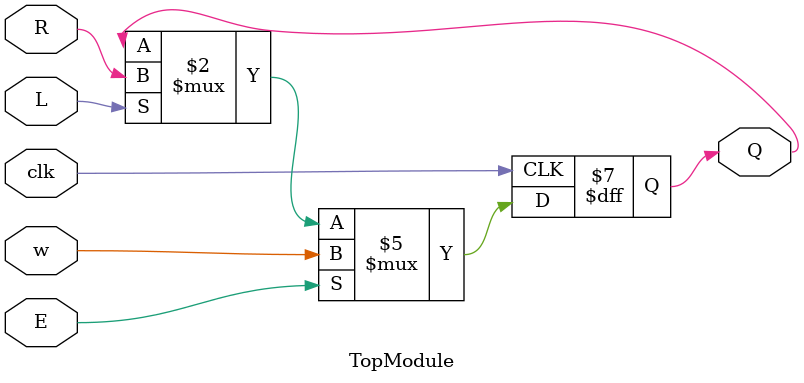
<source format=sv>

module TopModule (
  input clk,
  input w,
  input R,
  input E,
  input L,
  output reg Q
);

  // The flip-flop will store the current value of the stage.
  // It's clocked by clk and enabled by E.
  always @(posedge clk) begin
    if (E) begin
      Q <= w; // Shift in the input w when E is high
    end else if (L) begin
      Q <= R; // Load the value R when L is high
    end else begin
      // Hold the current value
      // Q <= Q; // This is redundant, but explicitly shows the hold condition
    end
  end

endmodule

// VERILOG-EVAL: errant inclusion of module definition

</source>
